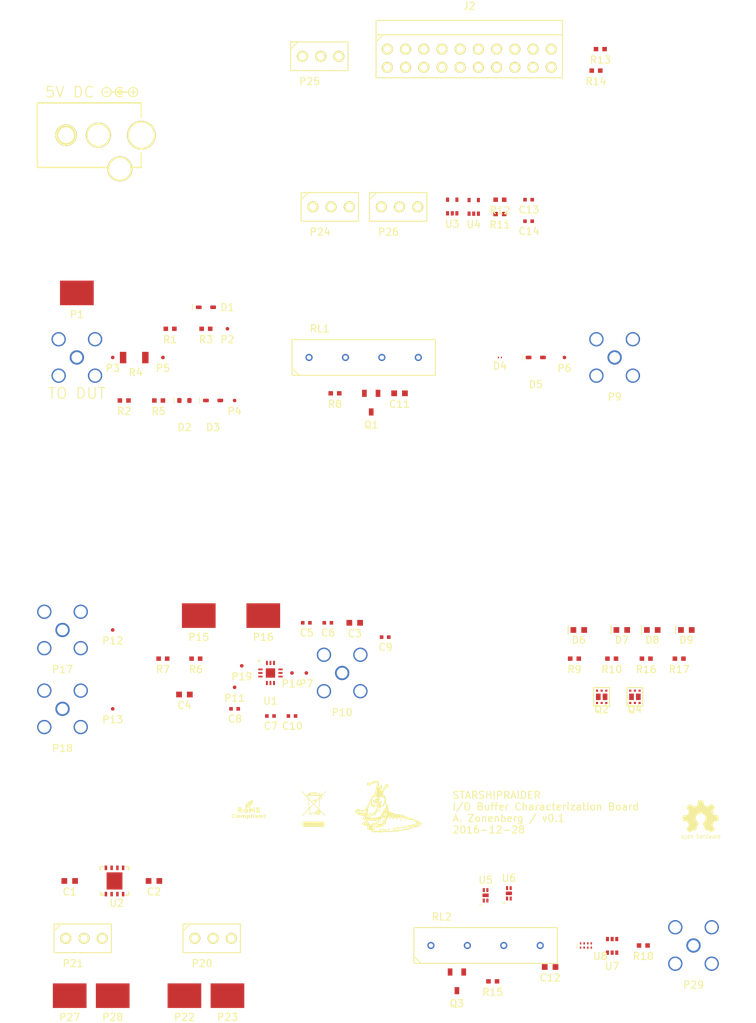
<source format=kicad_pcb>
(kicad_pcb (version 20160815) (host pcbnew "(2016-11-30 revision 6d6542e)-master")
  (layers (0 F.Cu signal) (31 B.Cu signal) (34 B.Paste user) (35 F.Paste user) (36 B.SilkS user) (37 F.SilkS user) (38 B.Mask user) (39 F.Mask user) (44 Edge.Cuts user))
  (net 0 "")
  (net 1 /VCCO_TX_EXT)
  (net 2 /GND)
  (net 3 /VREF_IN)
  (net 4 /VCCO_RX_EXT)
  (net 5 /VIN_HI)
  (net 6 /VIN_RAW)
  (net 7 /VIN_LO)
  (net 8 /VIN_R)
  (net 9 /VIN_PROT_OUT)
  (net 10 /VIN_PROT_IN)
  (net 11 /RXD_P)
  (net 12 /RXD_N)
  (net 13 /DAC_HYST)
  (net 14 /VCCO_RX)
  (net 15 "Net-(D7-Pad1)")
  (net 16 /5V0)
  (net 17 "Net-(D8-Pad1)")
  (net 18 "Net-(D9-Pad1)")
  (net 19 "Net-(D6-Pad1)")
  (net 20 /3V3)
  (net 21 "Net-(R18-Pad2)")
  (net 22 /PROT_RELAY_EN)
  (net 23 "Net-(Q4-PadD2)")
  (net 24 "Net-(Q2-PadD1)")
  (net 25 "Net-(Q2-PadD2)")
  (net 26 "Net-(Q4-PadD1)")
  (net 27 /VOUT_RELAY_EN)
  (net 28 /VCCO_TX_DIV)
  (net 29 /VCCO_TX)
  (net 30 "Net-(R12-Pad2)")
  (net 31 "Net-(R11-Pad2)")
  (net 32 /VHI_LED)
  (net 33 /VCCO_HI_EN)
  (net 34 /VCCO_GP)
  (net 35 /VLO_LED)
  (net 36 /VCCO_LO_EN)
  (net 37 /FAULT_LED)
  (net 38 /OK_LED)
  (net 39 /PULLDOWN_EN)
  (net 40 /PULLUP_EN)
  (net 41 /DOUT_3V3)
  (net 42 /PROT_RELAY)
  (net 43 /DOUT_LOW)
  (net 44 /VOUT_RELAY)
  (net 45 /VCCO_TX_HI)
  (net 46 /VCCO_TX_LO)
  (module w_logo:Logo_silk_OSHW_6x6mm (layer F.Cu) (at 122 133)
    (fp_text reference G*** hide)
    (fp_text value LOGO hide)
  )
  (module w_logo:Logo_silk_ROHS_5x2.8mm (layer F.Cu) (at 59 132)
    (fp_text reference G*** hide)
    (fp_text value LOGO hide)
  )
  (module w_logo:Logo_silk_WEEE_3.4x5mm (layer F.Cu) (at 68 132)
    (fp_text reference G*** hide)
    (fp_text value LOGO hide)
  )
  (module w_logo:Logo_silk_polarity_center_5x1.4mm (layer F.Cu) (at 41 32)
    (fp_text reference G*** hide)
    (fp_text value LOGO hide)
  )
  (module azonenberg_pcb:LONGTHING-1200DPI (layer F.Cu) (at 79 132)
    (fp_text reference G*** hide)
    (fp_text value LOGO hide)
  )
  (module azonenberg_pcb:CONN_HEADER_2.54MM_2x10_RA_FEMALE (layer F.Cu) (at 89.73 27.27 180)
    (fp_text reference J2 (at 0 7.27 180) (layer F.SilkS))
    (fp_text value GREENPAK_DEVKIT_HDR)
    (pad 20 thru_hole circle (at -11.43 -1.27 180) (size 1.524 1.524) (drill 1) (layers *.Cu *.Mask F.SilkS))
    (pad 18 thru_hole circle (at -8.89 -1.27 180) (size 1.524 1.524) (drill 1) (layers *.Cu *.Mask F.SilkS))
    (pad 16 thru_hole circle (at -6.35 -1.27 180) (size 1.524 1.524) (drill 1) (layers *.Cu *.Mask F.SilkS) (net 35 /VLO_LED))
    (pad 14 thru_hole circle (at -3.81 -1.27 180) (size 1.524 1.524) (drill 1) (layers *.Cu *.Mask F.SilkS) (net 34 /VCCO_GP))
    (pad 12 thru_hole circle (at -1.27 -1.27 180) (size 1.524 1.524) (drill 1) (layers *.Cu *.Mask F.SilkS))
    (pad 10 thru_hole circle (at 1.27 -1.27 180) (size 1.524 1.524) (drill 1) (layers *.Cu *.Mask F.SilkS) (net 36 /VCCO_LO_EN))
    (pad 19 thru_hole circle (at -11.43 1.27 180) (size 1.524 1.524) (drill 1) (layers *.Cu *.Mask F.SilkS) (net 13 /DAC_HYST))
    (pad 17 thru_hole circle (at -8.89 1.27 180) (size 1.524 1.524) (drill 1) (layers *.Cu *.Mask F.SilkS))
    (pad 13 thru_hole circle (at -3.81 1.27 180) (size 1.524 1.524) (drill 1) (layers *.Cu *.Mask F.SilkS) (net 28 /VCCO_TX_DIV))
    (pad 15 thru_hole circle (at -6.35 1.27 180) (size 1.524 1.524) (drill 1) (layers *.Cu *.Mask F.SilkS) (net 32 /VHI_LED))
    (pad 9 thru_hole circle (at 1.27 1.27 180) (size 1.524 1.524) (drill 1) (layers *.Cu *.Mask F.SilkS) (net 33 /VCCO_HI_EN))
    (pad 11 thru_hole circle (at -1.27 1.27 180) (size 1.524 1.524) (drill 1) (layers *.Cu *.Mask F.SilkS) (net 2 /GND))
    (pad 5 thru_hole circle (at 6.35 1.27 180) (size 1.524 1.524) (drill 1) (layers *.Cu *.Mask F.SilkS) (net 27 /VOUT_RELAY_EN))
    (pad 3 thru_hole circle (at 8.89 1.27 180) (size 1.524 1.524) (drill 1) (layers *.Cu *.Mask F.SilkS) (net 22 /PROT_RELAY_EN))
    (pad 1 thru_hole circle (at 11.43 1.27 180) (size 1.524 1.524) (drill 1) (layers *.Cu *.Mask F.SilkS))
    (pad 2 thru_hole circle (at 11.43 -1.27 180) (size 1.524 1.524) (drill 1) (layers *.Cu *.Mask F.SilkS))
    (pad 4 thru_hole circle (at 8.89 -1.27 180) (size 1.524 1.524) (drill 1) (layers *.Cu *.Mask F.SilkS) (net 7 /VIN_LO))
    (pad 6 thru_hole circle (at 6.35 -1.27 180) (size 1.524 1.524) (drill 1) (layers *.Cu *.Mask F.SilkS) (net 5 /VIN_HI))
    (pad 7 thru_hole circle (at 3.81 1.27 180) (size 1.524 1.524) (drill 1) (layers *.Cu *.Mask F.SilkS) (net 38 /OK_LED))
    (pad 8 thru_hole circle (at 3.81 -1.27 180) (size 1.524 1.524) (drill 1) (layers *.Cu *.Mask F.SilkS) (net 37 /FAULT_LED))
  )
  (module azonenberg_pcb:CONN_CUI_PJ-058BH_HIPWR_BARREL_NOSLOT (layer F.Cu) (at 37.5 38)
    (fp_text reference J1 hide)
    (fp_text value BARREL hide)
    (pad "" thru_hole circle (at -4 0) (size 3 3) (drill 2.2) (layers *.Cu *.Mask F.SilkS))
    (pad 2 thru_hole circle (at 0.5 0) (size 3.5 3.5) (drill 3) (layers *.Cu *.Mask F.SilkS) (net 2 /GND))
    (pad 1 thru_hole circle (at 6.5 0) (size 4 4) (drill 3.5) (layers *.Cu *.Mask F.SilkS) (net 16 /5V0))
    (pad 3 thru_hole circle (at 3.5 4.7) (size 3.5 3.5) (drill 3) (layers *.Cu *.Mask F.SilkS) (net 2 /GND))
  )
  (module azonenberg_pcb:EIA_0402_CAP_NOSILK (layer F.Cu) (at 67 106)
    (fp_text reference C5 (at 0.05 1.4) (layer F.SilkS))
    (fp_text value "0.47 uF" hide)
    (pad 2 smd rect (at 0.5 0) (size 0.5 0.5) (layers F.Cu F.Paste F.Mask) (net 2 /GND))
    (pad 1 smd rect (at -0.5 0) (size 0.5 0.5) (layers F.Cu F.Paste F.Mask) (net 14 /VCCO_RX))
  )
  (module azonenberg_pcb:EIA_0402_CAP_NOSILK (layer F.Cu) (at 62 119)
    (fp_text reference C7 (at 0.05 1.4) (layer F.SilkS))
    (fp_text value "0.01 uF" hide)
    (pad 1 smd rect (at -0.5 0) (size 0.5 0.5) (layers F.Cu F.Paste F.Mask) (net 14 /VCCO_RX))
    (pad 2 smd rect (at 0.5 0) (size 0.5 0.5) (layers F.Cu F.Paste F.Mask) (net 2 /GND))
  )
  (module azonenberg_pcb:EIA_0402_CAP_NOSILK (layer F.Cu) (at 57 118)
    (fp_text reference C8 (at 0.05 1.4) (layer F.SilkS))
    (fp_text value "0.01 uF" hide)
    (pad 2 smd rect (at 0.5 0) (size 0.5 0.5) (layers F.Cu F.Paste F.Mask) (net 2 /GND))
    (pad 1 smd rect (at -0.5 0) (size 0.5 0.5) (layers F.Cu F.Paste F.Mask) (net 16 /5V0))
  )
  (module azonenberg_pcb:EIA_0402_CAP_NOSILK (layer F.Cu) (at 78 108)
    (fp_text reference C9 (at 0.05 1.4) (layer F.SilkS))
    (fp_text value "0.01 uF" hide)
    (pad 1 smd rect (at -0.5 0) (size 0.5 0.5) (layers F.Cu F.Paste F.Mask) (net 14 /VCCO_RX))
    (pad 2 smd rect (at 0.5 0) (size 0.5 0.5) (layers F.Cu F.Paste F.Mask) (net 2 /GND))
  )
  (module azonenberg_pcb:EIA_0402_CAP_NOSILK (layer F.Cu) (at 65 119)
    (fp_text reference C10 (at 0.05 1.4) (layer F.SilkS))
    (fp_text value "0.01 uF" hide)
    (pad 2 smd rect (at 0.5 0) (size 0.5 0.5) (layers F.Cu F.Paste F.Mask) (net 2 /GND))
    (pad 1 smd rect (at -0.5 0) (size 0.5 0.5) (layers F.Cu F.Paste F.Mask) (net 16 /5V0))
  )
  (module azonenberg_pcb:EIA_0402_CAP_NOSILK (layer F.Cu) (at 98 47)
    (fp_text reference C13 (at 0.05 1.4) (layer F.SilkS))
    (fp_text value "0.47 uF" hide)
    (pad 1 smd rect (at -0.5 0) (size 0.5 0.5) (layers F.Cu F.Paste F.Mask) (net 16 /5V0))
    (pad 2 smd rect (at 0.5 0) (size 0.5 0.5) (layers F.Cu F.Paste F.Mask) (net 2 /GND))
  )
  (module azonenberg_pcb:EIA_0402_CAP_NOSILK (layer F.Cu) (at 98 50)
    (fp_text reference C14 (at 0.05 1.4) (layer F.SilkS))
    (fp_text value "0.47 uF" hide)
    (pad 2 smd rect (at 0.5 0) (size 0.5 0.5) (layers F.Cu F.Paste F.Mask) (net 2 /GND))
    (pad 1 smd rect (at -0.5 0) (size 0.5 0.5) (layers F.Cu F.Paste F.Mask) (net 16 /5V0))
  )
  (module azonenberg_pcb:EIA_0402_CAP_NOSILK (layer F.Cu) (at 70 106)
    (fp_text reference C6 (at 0.05 1.4) (layer F.SilkS))
    (fp_text value "0.47 uF" hide)
    (pad 1 smd rect (at -0.5 0) (size 0.5 0.5) (layers F.Cu F.Paste F.Mask) (net 16 /5V0))
    (pad 2 smd rect (at 0.5 0) (size 0.5 0.5) (layers F.Cu F.Paste F.Mask) (net 2 /GND))
  )
  (module azonenberg_pcb:EIA_0402_RES_NOSILK (layer F.Cu) (at 94 49)
    (fp_text reference R11 (at 0 1.5) (layer F.SilkS))
    (fp_text value 10K hide)
    (pad 1 smd rect (at -0.597 0) (size 0.635 0.61) (layers F.Cu F.Paste F.Mask) (net 2 /GND))
    (pad 2 smd rect (at 0.597 0) (size 0.635 0.61) (layers F.Cu F.Paste F.Mask) (net 31 "Net-(R11-Pad2)"))
  )
  (module azonenberg_pcb:EIA_0402_RES_NOSILK (layer F.Cu) (at 94 47)
    (fp_text reference R12 (at 0 1.5) (layer F.SilkS))
    (fp_text value 10K hide)
    (pad 2 smd rect (at 0.597 0) (size 0.635 0.61) (layers F.Cu F.Paste F.Mask) (net 30 "Net-(R12-Pad2)"))
    (pad 1 smd rect (at -0.597 0) (size 0.635 0.61) (layers F.Cu F.Paste F.Mask) (net 29 /VCCO_TX))
  )
  (module azonenberg_pcb:EIA_0402_RES_NOSILK (layer F.Cu) (at 108 26)
    (fp_text reference R13 (at 0 1.5) (layer F.SilkS))
    (fp_text value 39K hide)
    (pad 1 smd rect (at -0.597 0) (size 0.635 0.61) (layers F.Cu F.Paste F.Mask) (net 29 /VCCO_TX))
    (pad 2 smd rect (at 0.597 0) (size 0.635 0.61) (layers F.Cu F.Paste F.Mask) (net 28 /VCCO_TX_DIV))
  )
  (module azonenberg_pcb:EIA_0402_RES_NOSILK (layer F.Cu) (at 107.403 29)
    (fp_text reference R14 (at 0 1.5) (layer F.SilkS))
    (fp_text value 10K hide)
    (pad 2 smd rect (at 0.597 0) (size 0.635 0.61) (layers F.Cu F.Paste F.Mask) (net 2 /GND))
    (pad 1 smd rect (at -0.597 0) (size 0.635 0.61) (layers F.Cu F.Paste F.Mask) (net 28 /VCCO_TX_DIV))
  )
  (module azonenberg_pcb:EIA_0402_RES_NOSILK (layer F.Cu) (at 93 156)
    (fp_text reference R15 (at 0 1.5) (layer F.SilkS))
    (fp_text value 10K hide)
    (pad 1 smd rect (at -0.597 0) (size 0.635 0.61) (layers F.Cu F.Paste F.Mask) (net 27 /VOUT_RELAY_EN))
    (pad 2 smd rect (at 0.597 0) (size 0.635 0.61) (layers F.Cu F.Paste F.Mask) (net 2 /GND))
  )
  (module azonenberg_pcb:EIA_0402_RES_NOSILK (layer F.Cu) (at 114.403 111)
    (fp_text reference R16 (at 0 1.5) (layer F.SilkS))
    (fp_text value 470 hide)
    (pad 2 smd rect (at 0.597 0) (size 0.635 0.61) (layers F.Cu F.Paste F.Mask) (net 26 "Net-(Q4-PadD1)"))
    (pad 1 smd rect (at -0.597 0) (size 0.635 0.61) (layers F.Cu F.Paste F.Mask) (net 17 "Net-(D8-Pad1)"))
  )
  (module azonenberg_pcb:EIA_0402_RES_NOSILK (layer F.Cu) (at 109.597 111)
    (fp_text reference R10 (at 0 1.5) (layer F.SilkS))
    (fp_text value 470 hide)
    (pad 1 smd rect (at -0.597 0) (size 0.635 0.61) (layers F.Cu F.Paste F.Mask) (net 15 "Net-(D7-Pad1)"))
    (pad 2 smd rect (at 0.597 0) (size 0.635 0.61) (layers F.Cu F.Paste F.Mask) (net 25 "Net-(Q2-PadD2)"))
  )
  (module azonenberg_pcb:EIA_0402_RES_NOSILK (layer F.Cu) (at 104.403 111)
    (fp_text reference R9 (at 0 1.5) (layer F.SilkS))
    (fp_text value 470 hide)
    (pad 2 smd rect (at 0.597 0) (size 0.635 0.61) (layers F.Cu F.Paste F.Mask) (net 24 "Net-(Q2-PadD1)"))
    (pad 1 smd rect (at -0.597 0) (size 0.635 0.61) (layers F.Cu F.Paste F.Mask) (net 19 "Net-(D6-Pad1)"))
  )
  (module azonenberg_pcb:EIA_0402_RES_NOSILK (layer F.Cu) (at 119 111)
    (fp_text reference R17 (at 0 1.5) (layer F.SilkS))
    (fp_text value 470 hide)
    (pad 1 smd rect (at -0.597 0) (size 0.635 0.61) (layers F.Cu F.Paste F.Mask) (net 18 "Net-(D9-Pad1)"))
    (pad 2 smd rect (at 0.597 0) (size 0.635 0.61) (layers F.Cu F.Paste F.Mask) (net 23 "Net-(Q4-PadD2)"))
  )
  (module azonenberg_pcb:EIA_0402_RES_NOSILK (layer F.Cu) (at 48 65)
    (fp_text reference R1 (at 0 1.5) (layer F.SilkS))
    (fp_text value 909K hide)
    (pad 2 smd rect (at 0.597 0) (size 0.635 0.61) (layers F.Cu F.Paste F.Mask) (net 6 /VIN_RAW))
    (pad 1 smd rect (at -0.597 0) (size 0.635 0.61) (layers F.Cu F.Paste F.Mask) (net 5 /VIN_HI))
  )
  (module azonenberg_pcb:EIA_0402_RES_NOSILK (layer F.Cu) (at 41.597 75)
    (fp_text reference R2 (at 0 1.5) (layer F.SilkS))
    (fp_text value 249K hide)
    (pad 1 smd rect (at -0.597 0) (size 0.635 0.61) (layers F.Cu F.Paste F.Mask) (net 7 /VIN_LO))
    (pad 2 smd rect (at 0.597 0) (size 0.635 0.61) (layers F.Cu F.Paste F.Mask) (net 6 /VIN_RAW))
  )
  (module azonenberg_pcb:EIA_0402_RES_NOSILK (layer F.Cu) (at 53 65)
    (fp_text reference R3 (at 0 1.5) (layer F.SilkS))
    (fp_text value 100K hide)
    (pad 2 smd rect (at 0.597 0) (size 0.635 0.61) (layers F.Cu F.Paste F.Mask) (net 5 /VIN_HI))
    (pad 1 smd rect (at -0.597 0) (size 0.635 0.61) (layers F.Cu F.Paste F.Mask) (net 2 /GND))
  )
  (module azonenberg_pcb:EIA_0402_RES_NOSILK (layer F.Cu) (at 46.403 75)
    (fp_text reference R5 (at 0 1.5) (layer F.SilkS))
    (fp_text value 750K hide)
    (pad 1 smd rect (at -0.597 0) (size 0.635 0.61) (layers F.Cu F.Paste F.Mask) (net 16 /5V0))
    (pad 2 smd rect (at 0.597 0) (size 0.635 0.61) (layers F.Cu F.Paste F.Mask) (net 7 /VIN_LO))
  )
  (module azonenberg_pcb:EIA_0402_RES_NOSILK (layer F.Cu) (at 51.597 111)
    (fp_text reference R6 (at 0 1.5) (layer F.SilkS))
    (fp_text value 49.9 hide)
    (pad 2 smd rect (at 0.597 0) (size 0.635 0.61) (layers F.Cu F.Paste F.Mask) (net 11 /RXD_P))
    (pad 1 smd rect (at -0.597 0) (size 0.635 0.61) (layers F.Cu F.Paste F.Mask) (net 14 /VCCO_RX))
  )
  (module azonenberg_pcb:EIA_0402_RES_NOSILK (layer F.Cu) (at 47 111)
    (fp_text reference R7 (at 0 1.5) (layer F.SilkS))
    (fp_text value 49.9 hide)
    (pad 1 smd rect (at -0.597 0) (size 0.635 0.61) (layers F.Cu F.Paste F.Mask) (net 12 /RXD_N))
    (pad 2 smd rect (at 0.597 0) (size 0.635 0.61) (layers F.Cu F.Paste F.Mask) (net 14 /VCCO_RX))
  )
  (module azonenberg_pcb:EIA_0402_RES_NOSILK (layer F.Cu) (at 71 74)
    (fp_text reference R8 (at 0 1.5) (layer F.SilkS))
    (fp_text value 10K hide)
    (pad 2 smd rect (at 0.597 0) (size 0.635 0.61) (layers F.Cu F.Paste F.Mask) (net 2 /GND))
    (pad 1 smd rect (at -0.597 0) (size 0.635 0.61) (layers F.Cu F.Paste F.Mask) (net 22 /PROT_RELAY_EN))
  )
  (module azonenberg_pcb:EIA_0402_RES_NOSILK (layer F.Cu) (at 114 151)
    (fp_text reference R18 (at 0 1.5) (layer F.SilkS))
    (fp_text value 10K hide)
    (pad 1 smd rect (at -0.597 0) (size 0.635 0.61) (layers F.Cu F.Paste F.Mask) (net 2 /GND))
    (pad 2 smd rect (at 0.597 0) (size 0.635 0.61) (layers F.Cu F.Paste F.Mask) (net 21 "Net-(R18-Pad2)"))
  )
  (module azonenberg_pcb:EIA_0603_CAP_NOSILK (layer F.Cu) (at 45.75 142)
    (fp_text reference C2 (at 0 1.5) (layer F.SilkS))
    (fp_text value "4.7 uF" hide)
    (pad 2 smd rect (at 0.75 0) (size 0.8 0.8) (layers F.Cu F.Paste F.Mask) (net 2 /GND))
    (pad 1 smd rect (at -0.75 0) (size 0.8 0.8) (layers F.Cu F.Paste F.Mask) (net 20 /3V3))
  )
  (module azonenberg_pcb:EIA_0603_CAP_NOSILK (layer F.Cu) (at 50 116)
    (fp_text reference C4 (at 0 1.5) (layer F.SilkS))
    (fp_text value "4.7 uF" hide)
    (pad 1 smd rect (at -0.75 0) (size 0.8 0.8) (layers F.Cu F.Paste F.Mask) (net 16 /5V0))
    (pad 2 smd rect (at 0.75 0) (size 0.8 0.8) (layers F.Cu F.Paste F.Mask) (net 2 /GND))
  )
  (module azonenberg_pcb:EIA_0603_CAP_NOSILK (layer F.Cu) (at 34 142)
    (fp_text reference C1 (at 0 1.5) (layer F.SilkS))
    (fp_text value "4.7 uF" hide)
    (pad 2 smd rect (at 0.75 0) (size 0.8 0.8) (layers F.Cu F.Paste F.Mask) (net 2 /GND))
    (pad 1 smd rect (at -0.75 0) (size 0.8 0.8) (layers F.Cu F.Paste F.Mask) (net 16 /5V0))
  )
  (module azonenberg_pcb:EIA_0603_CAP_NOSILK (layer F.Cu) (at 73.75 106)
    (fp_text reference C3 (at 0 1.5) (layer F.SilkS))
    (fp_text value "4.7 uF" hide)
    (pad 1 smd rect (at -0.75 0) (size 0.8 0.8) (layers F.Cu F.Paste F.Mask) (net 14 /VCCO_RX))
    (pad 2 smd rect (at 0.75 0) (size 0.8 0.8) (layers F.Cu F.Paste F.Mask) (net 2 /GND))
  )
  (module azonenberg_pcb:EIA_0603_CAP_NOSILK (layer F.Cu) (at 80 74)
    (fp_text reference C11 (at 0 1.5) (layer F.SilkS))
    (fp_text value "4.7 uF" hide)
    (pad 2 smd rect (at 0.75 0) (size 0.8 0.8) (layers F.Cu F.Paste F.Mask) (net 2 /GND))
    (pad 1 smd rect (at -0.75 0) (size 0.8 0.8) (layers F.Cu F.Paste F.Mask) (net 16 /5V0))
  )
  (module azonenberg_pcb:EIA_0603_CAP_NOSILK (layer F.Cu) (at 101 154)
    (fp_text reference C12 (at 0 1.5) (layer F.SilkS))
    (fp_text value "4.7 uF" hide)
    (pad 1 smd rect (at -0.75 0) (size 0.8 0.8) (layers F.Cu F.Paste F.Mask) (net 16 /5V0))
    (pad 2 smd rect (at 0.75 0) (size 0.8 0.8) (layers F.Cu F.Paste F.Mask) (net 2 /GND))
  )
  (module azonenberg_pcb:EIA_0603_LED (layer F.Cu) (at 105 107)
    (fp_text reference D6 (at 0 1.4) (layer F.SilkS))
    (fp_text value GREEN hide)
    (pad 2 smd rect (at 0.75 0) (size 0.8 0.8) (layers F.Cu F.Paste F.Mask) (net 16 /5V0))
    (pad 1 smd rect (at -0.75 0) (size 0.8 0.8) (layers F.Cu F.Paste F.Mask) (net 19 "Net-(D6-Pad1)"))
  )
  (module azonenberg_pcb:EIA_0603_LED (layer F.Cu) (at 120 107)
    (fp_text reference D9 (at 0 1.4) (layer F.SilkS))
    (fp_text value GREEN hide)
    (pad 1 smd rect (at -0.75 0) (size 0.8 0.8) (layers F.Cu F.Paste F.Mask) (net 18 "Net-(D9-Pad1)"))
    (pad 2 smd rect (at 0.75 0) (size 0.8 0.8) (layers F.Cu F.Paste F.Mask) (net 16 /5V0))
  )
  (module azonenberg_pcb:EIA_0603_LED (layer F.Cu) (at 115.25 107)
    (fp_text reference D8 (at 0 1.4) (layer F.SilkS))
    (fp_text value GREEN hide)
    (pad 2 smd rect (at 0.75 0) (size 0.8 0.8) (layers F.Cu F.Paste F.Mask) (net 16 /5V0))
    (pad 1 smd rect (at -0.75 0) (size 0.8 0.8) (layers F.Cu F.Paste F.Mask) (net 17 "Net-(D8-Pad1)"))
  )
  (module azonenberg_pcb:EIA_0603_LED (layer F.Cu) (at 111 107)
    (fp_text reference D7 (at 0 1.4) (layer F.SilkS))
    (fp_text value RED hide)
    (pad 1 smd rect (at -0.75 0) (size 0.8 0.8) (layers F.Cu F.Paste F.Mask) (net 15 "Net-(D7-Pad1)"))
    (pad 2 smd rect (at 0.75 0) (size 0.8 0.8) (layers F.Cu F.Paste F.Mask) (net 16 /5V0))
  )
  (module azonenberg_pcb:EIA_1206_CAP_NOSILK (layer F.Cu) (at 43 69)
    (fp_text reference R4 (at 0.2 2.1) (layer F.SilkS))
    (fp_text value ERJ-P08J100V hide)
    (pad 1 smd rect (at -1.55 0.01493) (size 0.9 1.6) (layers F.Cu F.Paste F.Mask) (net 8 /VIN_R))
    (pad 2 smd rect (at 1.55 0.01493) (size 0.9 1.6) (layers F.Cu F.Paste F.Mask) (net 6 /VIN_RAW))
  )
  (module azonenberg_pcb:TESTPOINT_SMT_0.5MM (layer F.Cu) (at 58 112)
    (fp_text reference P19 (at 0 1.5) (layer F.SilkS))
    (fp_text value SMT_TESTPOINT hide)
    (pad 1 smd circle (at 0 0) (size 0.5 0.5) (layers F.Cu F.Mask) (net 14 /VCCO_RX))
  )
  (module azonenberg_pcb:TESTPOINT_SMT_0.5MM (layer F.Cu) (at 65 113)
    (fp_text reference P14 (at 0 1.5) (layer F.SilkS))
    (fp_text value SMT_TESTPOINT hide)
    (pad 1 smd circle (at 0 0) (size 0.5 0.5) (layers F.Cu F.Mask) (net 13 /DAC_HYST))
  )
  (module azonenberg_pcb:TESTPOINT_SMT_0.5MM (layer F.Cu) (at 40 118)
    (fp_text reference P13 (at 0 1.5) (layer F.SilkS))
    (fp_text value SMT_TESTPOINT hide)
    (pad 1 smd circle (at 0 0) (size 0.5 0.5) (layers F.Cu F.Mask) (net 12 /RXD_N))
  )
  (module azonenberg_pcb:TESTPOINT_SMT_0.5MM (layer F.Cu) (at 40 107)
    (fp_text reference P12 (at 0 1.5) (layer F.SilkS))
    (fp_text value SMT_TESTPOINT hide)
    (pad 1 smd circle (at 0 0) (size 0.5 0.5) (layers F.Cu F.Mask) (net 11 /RXD_P))
  )
  (module azonenberg_pcb:TESTPOINT_SMT_0.5MM (layer F.Cu) (at 67 113)
    (fp_text reference P7 (at 0 1.5) (layer F.SilkS))
    (fp_text value SMT_TESTPOINT hide)
    (pad 1 smd circle (at 0 0) (size 0.5 0.5) (layers F.Cu F.Mask) (net 10 /VIN_PROT_IN))
  )
  (module azonenberg_pcb:TESTPOINT_SMT_0.5MM (layer F.Cu) (at 103 69)
    (fp_text reference P6 (at 0 1.5) (layer F.SilkS))
    (fp_text value SMT_TESTPOINT hide)
    (pad 1 smd circle (at 0 0) (size 0.5 0.5) (layers F.Cu F.Mask) (net 9 /VIN_PROT_OUT))
  )
  (module azonenberg_pcb:TESTPOINT_SMT_0.5MM (layer F.Cu) (at 47 69)
    (fp_text reference P5 (at 0 1.5) (layer F.SilkS))
    (fp_text value SMT_TESTPOINT hide)
    (pad 1 smd circle (at 0 0) (size 0.5 0.5) (layers F.Cu F.Mask) (net 8 /VIN_R))
  )
  (module azonenberg_pcb:TESTPOINT_SMT_0.5MM (layer F.Cu) (at 57 75)
    (fp_text reference P4 (at 0 1.5) (layer F.SilkS))
    (fp_text value SMT_TESTPOINT hide)
    (pad 1 smd circle (at 0 0) (size 0.5 0.5) (layers F.Cu F.Mask) (net 7 /VIN_LO))
  )
  (module azonenberg_pcb:TESTPOINT_SMT_0.5MM (layer F.Cu) (at 40 69)
    (fp_text reference P3 (at 0 1.5) (layer F.SilkS))
    (fp_text value SMT_TESTPOINT hide)
    (pad 1 smd circle (at 0 0) (size 0.5 0.5) (layers F.Cu F.Mask) (net 6 /VIN_RAW))
  )
  (module azonenberg_pcb:TESTPOINT_SMT_0.5MM (layer F.Cu) (at 56 65)
    (fp_text reference P2 (at 0 1.5) (layer F.SilkS))
    (fp_text value SMT_TESTPOINT hide)
    (pad 1 smd circle (at 0 0) (size 0.5 0.5) (layers F.Cu F.Mask) (net 5 /VIN_HI))
  )
  (module azonenberg_pcb:TESTPOINT_SMT_0.5MM (layer F.Cu) (at 57 115)
    (fp_text reference P11 (at 0 1.5) (layer F.SilkS))
    (fp_text value SMT_TESTPOINT hide)
    (pad 1 smd circle (at 0 0) (size 0.5 0.5) (layers F.Cu F.Mask) (net 3 /VREF_IN))
  )
  (module azonenberg_pcb:TESTPOINT_SMT_KEYSTONE_5016 (layer F.Cu) (at 34 158)
    (fp_text reference P27 (at 0 3) (layer F.SilkS))
    (fp_text value TESTCLIP hide)
    (pad 1 smd rect (at 0 0) (size 4.7 3.43) (layers F.Cu F.Paste F.Mask) (net 2 /GND))
  )
  (module azonenberg_pcb:TESTPOINT_SMT_KEYSTONE_5016 (layer F.Cu) (at 56 158)
    (fp_text reference P23 (at 0 3) (layer F.SilkS))
    (fp_text value TESTCLIP hide)
    (pad 1 smd rect (at 0 0) (size 4.7 3.43) (layers F.Cu F.Paste F.Mask) (net 4 /VCCO_RX_EXT))
  )
  (module azonenberg_pcb:TESTPOINT_SMT_KEYSTONE_5016 (layer F.Cu) (at 50 158)
    (fp_text reference P22 (at 0 3) (layer F.SilkS))
    (fp_text value TESTCLIP hide)
    (pad 1 smd rect (at 0 0) (size 4.7 3.43) (layers F.Cu F.Paste F.Mask) (net 2 /GND))
  )
  (module azonenberg_pcb:TESTPOINT_SMT_KEYSTONE_5016 (layer F.Cu) (at 61 105)
    (fp_text reference P16 (at 0 3) (layer F.SilkS))
    (fp_text value TESTCLIP hide)
    (pad 1 smd rect (at 0 0) (size 4.7 3.43) (layers F.Cu F.Paste F.Mask) (net 2 /GND))
  )
  (module azonenberg_pcb:TESTPOINT_SMT_KEYSTONE_5016 (layer F.Cu) (at 52 105)
    (fp_text reference P15 (at 0 3) (layer F.SilkS))
    (fp_text value TESTCLIP hide)
    (pad 1 smd rect (at 0 0) (size 4.7 3.43) (layers F.Cu F.Paste F.Mask) (net 3 /VREF_IN))
  )
  (module azonenberg_pcb:TESTPOINT_SMT_KEYSTONE_5016 (layer F.Cu) (at 35 60)
    (fp_text reference P1 (at 0 3) (layer F.SilkS))
    (fp_text value TESTCLIP hide)
    (pad 1 smd rect (at 0 0) (size 4.7 3.43) (layers F.Cu F.Paste F.Mask) (net 2 /GND))
  )
  (module azonenberg_pcb:TESTPOINT_SMT_KEYSTONE_5016 (layer F.Cu) (at 40 158)
    (fp_text reference P28 (at 0 3) (layer F.SilkS))
    (fp_text value TESTCLIP hide)
    (pad 1 smd rect (at 0 0) (size 4.7 3.43) (layers F.Cu F.Paste F.Mask) (net 1 /VCCO_TX_EXT))
  )
  (module azonenberg_pcb:CONN_SMA_PTH (layer F.Cu) (at 35 69)
    (fp_text reference P8 hide)
    (fp_text value SMA_TE_5-1814832-1)
    (pad 2 thru_hole circle (at -2.54 2.54) (size 2 2) (drill 1.6) (layers *.Cu *.Mask) (net 2 /GND))
    (pad 2 thru_hole circle (at 2.54 2.54) (size 2 2) (drill 1.6) (layers *.Cu *.Mask) (net 2 /GND))
    (pad 2 thru_hole circle (at 2.54 -2.54) (size 2 2) (drill 1.6) (layers *.Cu *.Mask) (net 2 /GND))
    (pad 2 thru_hole circle (at -2.54 -2.54) (size 2 2) (drill 1.6) (layers *.Cu *.Mask) (net 2 /GND))
    (pad 1 thru_hole circle (at 0 0) (size 2 2) (drill 1.5) (layers *.Cu *.Mask) (net 6 /VIN_RAW))
  )
  (module azonenberg_pcb:CONN_SMA_PTH (layer F.Cu) (at 110 69)
    (fp_text reference P9 (at 0 5.5) (layer F.SilkS))
    (fp_text value SMA_TE_5-1814832-1)
    (pad 1 thru_hole circle (at 0 0) (size 2 2) (drill 1.5) (layers *.Cu *.Mask) (net 9 /VIN_PROT_OUT))
    (pad 2 thru_hole circle (at -2.54 -2.54) (size 2 2) (drill 1.6) (layers *.Cu *.Mask) (net 2 /GND))
    (pad 2 thru_hole circle (at 2.54 -2.54) (size 2 2) (drill 1.6) (layers *.Cu *.Mask) (net 2 /GND))
    (pad 2 thru_hole circle (at 2.54 2.54) (size 2 2) (drill 1.6) (layers *.Cu *.Mask) (net 2 /GND))
    (pad 2 thru_hole circle (at -2.54 2.54) (size 2 2) (drill 1.6) (layers *.Cu *.Mask) (net 2 /GND))
  )
  (module azonenberg_pcb:CONN_SMA_PTH (layer F.Cu) (at 72 113)
    (fp_text reference P10 (at 0 5.5) (layer F.SilkS))
    (fp_text value SMA_TE_5-1814832-1)
    (pad 1 thru_hole circle (at 0 0) (size 2 2) (drill 1.5) (layers *.Cu *.Mask) (net 10 /VIN_PROT_IN))
    (pad 2 thru_hole circle (at -2.54 -2.54) (size 2 2) (drill 1.6) (layers *.Cu *.Mask) (net 2 /GND))
    (pad 2 thru_hole circle (at 2.54 -2.54) (size 2 2) (drill 1.6) (layers *.Cu *.Mask) (net 2 /GND))
    (pad 2 thru_hole circle (at 2.54 2.54) (size 2 2) (drill 1.6) (layers *.Cu *.Mask) (net 2 /GND))
    (pad 2 thru_hole circle (at -2.54 2.54) (size 2 2) (drill 1.6) (layers *.Cu *.Mask) (net 2 /GND))
  )
  (module azonenberg_pcb:CONN_SMA_PTH (layer F.Cu) (at 33 107)
    (fp_text reference P17 (at 0 5.5) (layer F.SilkS))
    (fp_text value SMA_TE_5-1814832-1)
    (pad 2 thru_hole circle (at -2.54 2.54) (size 2 2) (drill 1.6) (layers *.Cu *.Mask) (net 2 /GND))
    (pad 2 thru_hole circle (at 2.54 2.54) (size 2 2) (drill 1.6) (layers *.Cu *.Mask) (net 2 /GND))
    (pad 2 thru_hole circle (at 2.54 -2.54) (size 2 2) (drill 1.6) (layers *.Cu *.Mask) (net 2 /GND))
    (pad 2 thru_hole circle (at -2.54 -2.54) (size 2 2) (drill 1.6) (layers *.Cu *.Mask) (net 2 /GND))
    (pad 1 thru_hole circle (at 0 0) (size 2 2) (drill 1.5) (layers *.Cu *.Mask) (net 11 /RXD_P))
  )
  (module azonenberg_pcb:CONN_SMA_PTH (layer F.Cu) (at 33 118)
    (fp_text reference P18 (at 0 5.5) (layer F.SilkS))
    (fp_text value SMA_TE_5-1814832-1)
    (pad 2 thru_hole circle (at -2.54 2.54) (size 2 2) (drill 1.6) (layers *.Cu *.Mask) (net 2 /GND))
    (pad 2 thru_hole circle (at 2.54 2.54) (size 2 2) (drill 1.6) (layers *.Cu *.Mask) (net 2 /GND))
    (pad 2 thru_hole circle (at 2.54 -2.54) (size 2 2) (drill 1.6) (layers *.Cu *.Mask) (net 2 /GND))
    (pad 2 thru_hole circle (at -2.54 -2.54) (size 2 2) (drill 1.6) (layers *.Cu *.Mask) (net 2 /GND))
    (pad 1 thru_hole circle (at 0 0) (size 2 2) (drill 1.5) (layers *.Cu *.Mask) (net 12 /RXD_N))
  )
  (module azonenberg_pcb:CONN_HEADER_2.54MM_1x3 (layer F.Cu) (at 54 150)
    (fp_text reference P20 (at -1.54 3.5) (layer F.SilkS))
    (fp_text value JUMPER)
    (pad 3 thru_hole circle (at 2.54 0) (size 1.524 1.524) (drill 1) (layers *.Cu *.Mask F.SilkS) (net 4 /VCCO_RX_EXT))
    (pad 2 thru_hole circle (at 0 0) (size 1.524 1.524) (drill 1) (layers *.Cu *.Mask F.SilkS) (net 14 /VCCO_RX))
    (pad 1 thru_hole circle (at -2.54 0) (size 1.524 1.524) (drill 1) (layers *.Cu *.Mask F.SilkS) (net 20 /3V3))
  )
  (module azonenberg_pcb:CONN_HEADER_2.54MM_1x3 (layer F.Cu) (at 36 150)
    (fp_text reference P21 (at -1.54 3.5) (layer F.SilkS))
    (fp_text value JUMPER)
    (pad 1 thru_hole circle (at -2.54 0) (size 1.524 1.524) (drill 1) (layers *.Cu *.Mask F.SilkS) (net 20 /3V3))
    (pad 2 thru_hole circle (at 0 0) (size 1.524 1.524) (drill 1) (layers *.Cu *.Mask F.SilkS) (net 29 /VCCO_TX))
    (pad 3 thru_hole circle (at 2.54 0) (size 1.524 1.524) (drill 1) (layers *.Cu *.Mask F.SilkS) (net 1 /VCCO_TX_EXT))
  )
  (module azonenberg_pcb:CONN_HEADER_2.54MM_1x3 (layer F.Cu) (at 70.46 48)
    (fp_text reference P24 (at -1.54 3.5) (layer F.SilkS))
    (fp_text value JUMPER)
    (pad 3 thru_hole circle (at 2.54 0) (size 1.524 1.524) (drill 1) (layers *.Cu *.Mask F.SilkS) (net 16 /5V0))
    (pad 2 thru_hole circle (at 0 0) (size 1.524 1.524) (drill 1) (layers *.Cu *.Mask F.SilkS) (net 39 /PULLDOWN_EN))
    (pad 1 thru_hole circle (at -2.54 0) (size 1.524 1.524) (drill 1) (layers *.Cu *.Mask F.SilkS) (net 2 /GND))
  )
  (module azonenberg_pcb:CONN_HEADER_2.54MM_1x3 (layer F.Cu) (at 69 27)
    (fp_text reference P25 (at -1.54 3.5) (layer F.SilkS))
    (fp_text value JUMPER)
    (pad 1 thru_hole circle (at -2.54 0) (size 1.524 1.524) (drill 1) (layers *.Cu *.Mask F.SilkS) (net 14 /VCCO_RX))
    (pad 2 thru_hole circle (at 0 0) (size 1.524 1.524) (drill 1) (layers *.Cu *.Mask F.SilkS) (net 34 /VCCO_GP))
    (pad 3 thru_hole circle (at 2.54 0) (size 1.524 1.524) (drill 1) (layers *.Cu *.Mask F.SilkS))
  )
  (module azonenberg_pcb:CONN_HEADER_2.54MM_1x3 (layer F.Cu) (at 80 48)
    (fp_text reference P26 (at -1.54 3.5) (layer F.SilkS))
    (fp_text value JUMPER)
    (pad 1 thru_hole circle (at -2.54 0) (size 1.524 1.524) (drill 1) (layers *.Cu *.Mask F.SilkS) (net 2 /GND))
    (pad 2 thru_hole circle (at 0 0) (size 1.524 1.524) (drill 1) (layers *.Cu *.Mask F.SilkS) (net 40 /PULLUP_EN))
    (pad 3 thru_hole circle (at 2.54 0) (size 1.524 1.524) (drill 1) (layers *.Cu *.Mask F.SilkS) (net 16 /5V0))
  )
  (module azonenberg_pcb:CONN_SMA_PTH (layer F.Cu) (at 121 151)
    (fp_text reference P29 (at 0 5.5) (layer F.SilkS))
    (fp_text value SMA_TE_5-1814832-1)
    (pad 1 thru_hole circle (at 0 0) (size 2 2) (drill 1.5) (layers *.Cu *.Mask) (net 41 /DOUT_3V3))
    (pad 2 thru_hole circle (at -2.54 -2.54) (size 2 2) (drill 1.6) (layers *.Cu *.Mask) (net 2 /GND))
    (pad 2 thru_hole circle (at 2.54 -2.54) (size 2 2) (drill 1.6) (layers *.Cu *.Mask) (net 2 /GND))
    (pad 2 thru_hole circle (at 2.54 2.54) (size 2 2) (drill 1.6) (layers *.Cu *.Mask) (net 2 /GND))
    (pad 2 thru_hole circle (at -2.54 2.54) (size 2 2) (drill 1.6) (layers *.Cu *.Mask) (net 2 /GND))
  )
  (module azonenberg_pcb:DFN_6_0.65MM_2x2MM_GDS (layer F.Cu) (at 108.188533 116.322743)
    (fp_text reference Q2 (at 0 1.75) (layer F.SilkS))
    (fp_text value SSM6N58NU hide)
    (pad D1 smd rect (at -0.475 0) (size 0.65 0.9) (layers F.Cu F.Paste F.Mask) (net 24 "Net-(Q2-PadD1)"))
    (pad D2 smd rect (at 0.475 0) (size 0.65 0.9) (layers F.Cu F.Paste F.Mask) (net 25 "Net-(Q2-PadD2)"))
    (pad D1 smd rect (at -0.65 -0.86) (size 0.3 0.3) (layers F.Cu F.Paste F.Mask) (net 24 "Net-(Q2-PadD1)"))
    (pad G2 smd rect (at 0 -0.86) (size 0.3 0.3) (layers F.Cu F.Paste F.Mask) (net 37 /FAULT_LED))
    (pad S2 smd rect (at 0.65 -0.86) (size 0.3 0.3) (layers F.Cu F.Paste F.Mask) (net 2 /GND))
    (pad D2 smd rect (at 0.65 0.86) (size 0.3 0.3) (layers F.Cu F.Paste F.Mask) (net 25 "Net-(Q2-PadD2)"))
    (pad G1 smd rect (at 0 0.86) (size 0.3 0.3) (layers F.Cu F.Paste F.Mask) (net 38 /OK_LED))
    (pad S1 smd rect (at -0.65 0.86) (size 0.3 0.3) (layers F.Cu F.Paste F.Mask) (net 2 /GND))
  )
  (module azonenberg_pcb:DFN_6_0.65MM_2x2MM_GDS (layer F.Cu) (at 112.828533 116.322743)
    (fp_text reference Q4 (at 0 1.75) (layer F.SilkS))
    (fp_text value SSM6N58NU hide)
    (pad S1 smd rect (at -0.65 0.86) (size 0.3 0.3) (layers F.Cu F.Paste F.Mask) (net 2 /GND))
    (pad G1 smd rect (at 0 0.86) (size 0.3 0.3) (layers F.Cu F.Paste F.Mask) (net 32 /VHI_LED))
    (pad D2 smd rect (at 0.65 0.86) (size 0.3 0.3) (layers F.Cu F.Paste F.Mask) (net 23 "Net-(Q4-PadD2)"))
    (pad S2 smd rect (at 0.65 -0.86) (size 0.3 0.3) (layers F.Cu F.Paste F.Mask) (net 2 /GND))
    (pad G2 smd rect (at 0 -0.86) (size 0.3 0.3) (layers F.Cu F.Paste F.Mask) (net 35 /VLO_LED))
    (pad D1 smd rect (at -0.65 -0.86) (size 0.3 0.3) (layers F.Cu F.Paste F.Mask) (net 26 "Net-(Q4-PadD1)"))
    (pad D2 smd rect (at 0.475 0) (size 0.65 0.9) (layers F.Cu F.Paste F.Mask) (net 23 "Net-(Q4-PadD2)"))
    (pad D1 smd rect (at -0.475 0) (size 0.65 0.9) (layers F.Cu F.Paste F.Mask) (net 26 "Net-(Q4-PadD1)"))
  )
  (module azonenberg_pcb:RELAY_COTO_9007 (layer F.Cu) (at 75 69)
    (fp_text reference RL1 (at -6.12 -4) (layer F.SilkS))
    (fp_text value COTO_9007-05-01)
    (pad 1 thru_hole circle (at -7.62 0) (size 1 1) (drill 0.6) (layers *.Cu *.Mask) (net 8 /VIN_R))
    (pad 2 thru_hole circle (at -2.54 0) (size 1 1) (drill 0.6) (layers *.Cu *.Mask) (net 16 /5V0))
    (pad 3 thru_hole circle (at 2.54 0) (size 1 1) (drill 0.6) (layers *.Cu *.Mask) (net 42 /PROT_RELAY))
    (pad 4 thru_hole circle (at 7.62 0) (size 1 1) (drill 0.6) (layers *.Cu *.Mask) (net 9 /VIN_PROT_OUT))
  )
  (module azonenberg_pcb:RELAY_COTO_9007 (layer F.Cu) (at 92 151)
    (fp_text reference RL2 (at -6.12 -4) (layer F.SilkS))
    (fp_text value COTO_9007-05-01)
    (pad 4 thru_hole circle (at 7.62 0) (size 1 1) (drill 0.6) (layers *.Cu *.Mask) (net 43 /DOUT_LOW))
    (pad 3 thru_hole circle (at 2.54 0) (size 1 1) (drill 0.6) (layers *.Cu *.Mask) (net 44 /VOUT_RELAY))
    (pad 2 thru_hole circle (at -2.54 0) (size 1 1) (drill 0.6) (layers *.Cu *.Mask) (net 16 /5V0))
    (pad 1 thru_hole circle (at -7.62 0) (size 1 1) (drill 0.6) (layers *.Cu *.Mask) (net 10 /VIN_PROT_IN))
  )
  (module azonenberg_pcb:SOD523F (layer F.Cu) (at 53 62)
    (fp_text reference D1 (at 3 0) (layer F.SilkS))
    (fp_text value RB751S40)
    (pad 1 smd roundrect (at -1 0) (size 0.8 0.5) (layers F.Cu F.Paste F.Mask) (net 5 /VIN_HI))
    (pad 2 smd roundrect (at 1 0) (size 0.8 0.5) (layers F.Cu F.Paste F.Mask) (net 2 /GND))
  )
  (module azonenberg_pcb:SOD523 (layer F.Cu) (at 50 75)
    (fp_text reference D2 (at 0 3.75) (layer F.SilkS))
    (fp_text value BZT52C2V0T-7)
    (pad 1 smd roundrect (at -0.7 0) (size 0.6 0.7) (layers F.Cu F.Paste F.Mask) (net 7 /VIN_LO))
    (pad 2 smd roundrect (at 0.7 0) (size 0.6 0.7) (layers F.Cu F.Paste F.Mask) (net 2 /GND))
  )
  (module azonenberg_pcb:SOD523F (layer F.Cu) (at 54 75)
    (fp_text reference D3 (at 0 3.75) (layer F.SilkS))
    (fp_text value RB751S40)
    (pad 2 smd roundrect (at 1 0) (size 0.8 0.5) (layers F.Cu F.Paste F.Mask) (net 2 /GND))
    (pad 1 smd roundrect (at -1 0) (size 0.8 0.5) (layers F.Cu F.Paste F.Mask) (net 7 /VIN_LO))
  )
  (module azonenberg_pcb:SOD962_2 (layer F.Cu) (at 94 69)
    (fp_text reference D4 (at 0 1.2) (layer F.SilkS))
    (fp_text value PESD5V0C1BSFYL)
    (pad 1 smd roundrect (at -0.2 0) (size 0.14 0.24) (layers F.Cu F.Paste F.Mask) (net 9 /VIN_PROT_OUT))
    (pad 2 smd roundrect (at 0.2 0) (size 0.14 0.24) (layers F.Cu F.Paste F.Mask) (net 2 /GND))
  )
  (module azonenberg_pcb:SOD523F (layer F.Cu) (at 99 69)
    (fp_text reference D5 (at 0 3.75) (layer F.SilkS))
    (fp_text value RB751S40)
    (pad 1 smd roundrect (at -1 0) (size 0.8 0.5) (layers F.Cu F.Paste F.Mask) (net 9 /VIN_PROT_OUT))
    (pad 2 smd roundrect (at 1 0) (size 0.8 0.5) (layers F.Cu F.Paste F.Mask) (net 2 /GND))
  )
  (module azonenberg_pcb:SOT23_3 (layer F.Cu) (at 76.05 75.3)
    (fp_text reference Q1 (at 0 3.1) (layer F.SilkS))
    (fp_text value BSS214N_H6327 hide)
    (pad 3 smd rect (at 0 1.3) (size 0.65 1) (layers F.Cu F.Paste F.Mask) (net 42 /PROT_RELAY))
    (pad 1 smd rect (at 0.95 -1.3) (size 0.65 1) (layers F.Cu F.Paste F.Mask) (net 22 /PROT_RELAY_EN))
    (pad 2 smd rect (at -0.95 -1.3) (size 0.65 1) (layers F.Cu F.Paste F.Mask) (net 2 /GND))
  )
  (module azonenberg_pcb:SOT23_3 (layer F.Cu) (at 88 156)
    (fp_text reference Q3 (at 0 3.1) (layer F.SilkS))
    (fp_text value BSS214N_H6327 hide)
    (pad 2 smd rect (at -0.95 -1.3) (size 0.65 1) (layers F.Cu F.Paste F.Mask) (net 2 /GND))
    (pad 1 smd rect (at 0.95 -1.3) (size 0.65 1) (layers F.Cu F.Paste F.Mask) (net 27 /VOUT_RELAY_EN))
    (pad 3 smd rect (at 0 1.3) (size 0.65 1) (layers F.Cu F.Paste F.Mask) (net 44 /VOUT_RELAY))
  )
  (module azonenberg_pcb:DFN_8_0.8MM_4x4MM (layer F.Cu) (at 40.25 142)
    (fp_text reference U2 (at 0.3 3.1) (layer F.SilkS))
    (fp_text value TLV1117-33-DFN hide)
    (pad 8 smd rect (at -1.2 -1.835) (size 0.35 0.63) (layers F.Cu F.Paste F.Mask))
    (pad 7 smd rect (at -0.4 -1.835) (size 0.35 0.63) (layers F.Cu F.Paste F.Mask) (net 20 /3V3))
    (pad 6 smd rect (at 0.4 -1.835) (size 0.35 0.63) (layers F.Cu F.Paste F.Mask) (net 20 /3V3))
    (pad 5 smd rect (at 1.2 -1.835) (size 0.35 0.63) (layers F.Cu F.Paste F.Mask) (net 20 /3V3))
    (pad 4 smd rect (at 1.2 1.835) (size 0.35 0.63) (layers F.Cu F.Paste F.Mask) (net 16 /5V0))
    (pad 3 smd rect (at 0.4 1.835) (size 0.35 0.63) (layers F.Cu F.Paste F.Mask) (net 16 /5V0))
    (pad 2 smd rect (at -0.4 1.835) (size 0.35 0.63) (layers F.Cu F.Paste F.Mask) (net 16 /5V0))
    (pad 1 smd rect (at -1.2 1.835) (size 0.35 0.63) (layers F.Cu F.Paste F.Mask) (net 2 /GND))
    (pad PAD smd rect (at 0 0) (size 2.21 2.39) (layers F.Cu F.Mask))
    (pad PAD smd rect (at -0.75 -0.75) (size 0.5 0.5) (layers F.Cu F.Paste))
    (pad PAD smd rect (at 0 -0.75) (size 0.5 0.5) (layers F.Cu F.Paste))
    (pad PAD smd rect (at 0.75 -0.75) (size 0.5 0.5) (layers F.Cu F.Paste))
    (pad PAD smd rect (at 0.75 0) (size 0.5 0.5) (layers F.Cu F.Paste))
    (pad PAD smd rect (at 0 0) (size 0.5 0.5) (layers F.Cu F.Paste))
    (pad PAD smd rect (at -0.75 0) (size 0.5 0.5) (layers F.Cu F.Paste))
    (pad PAD smd rect (at -0.75 0.75) (size 0.5 0.5) (layers F.Cu F.Paste))
    (pad PAD smd rect (at 0 0.75) (size 0.5 0.5) (layers F.Cu F.Paste))
    (pad PAD smd rect (at 0.75 0.75) (size 0.5 0.5) (layers F.Cu F.Paste))
  )
  (module azonenberg_pcb:DFN_4_0.5MM_1.6x1.2MM (layer F.Cu) (at 92 144)
    (fp_text reference U5 (at 0.01 -2.12) (layer F.SilkS))
    (fp_text value SIP32408 hide)
    (fp_text user . (at -0.7 0.7) (layer F.SilkS) (effects (font (size 1.5 1.5))))
    (pad PAD smd rect (at 0 0) (size 0.86 0.5) (layers F.Cu F.Paste F.Mask) (net 2 /GND))
    (pad 1 smd rect (at -0.25 0.725) (size 0.3 0.55) (layers F.Cu F.Paste F.Mask) (net 29 /VCCO_TX))
    (pad 2 smd rect (at 0.25 0.725) (size 0.3 0.55) (layers F.Cu F.Paste F.Mask) (net 2 /GND))
    (pad 3 smd rect (at 0.25 -0.725) (size 0.3 0.55) (layers F.Cu F.Paste F.Mask) (net 33 /VCCO_HI_EN))
    (pad 4 smd rect (at -0.25 -0.725) (size 0.3 0.55) (layers F.Cu F.Paste F.Mask) (net 45 /VCCO_TX_HI))
  )
  (module azonenberg_pcb:DFN_4_0.5MM_1.6x1.2MM (layer F.Cu) (at 95.25 143.725)
    (fp_text reference U6 (at 0.01 -2.12) (layer F.SilkS))
    (fp_text value SIP32408 hide)
    (fp_text user . (at -0.7 0.7) (layer F.SilkS) (effects (font (size 1.5 1.5))))
    (pad 4 smd rect (at -0.25 -0.725) (size 0.3 0.55) (layers F.Cu F.Paste F.Mask) (net 46 /VCCO_TX_LO))
    (pad 3 smd rect (at 0.25 -0.725) (size 0.3 0.55) (layers F.Cu F.Paste F.Mask) (net 36 /VCCO_LO_EN))
    (pad 2 smd rect (at 0.25 0.725) (size 0.3 0.55) (layers F.Cu F.Paste F.Mask) (net 2 /GND))
    (pad 1 smd rect (at -0.25 0.725) (size 0.3 0.55) (layers F.Cu F.Paste F.Mask) (net 29 /VCCO_TX))
    (pad PAD smd rect (at 0 0) (size 0.86 0.5) (layers F.Cu F.Paste F.Mask) (net 2 /GND))
  )
  (module azonenberg_pcb:SOT363 (layer F.Cu) (at 109.65 151.05)
    (fp_text reference U7 (at 0 2.85) (layer F.SilkS))
    (fp_text value 74LVC1T45)
    (pad 1 smd rect (at -0.65 0.95) (size 0.42 0.6) (layers F.Cu F.Paste F.Mask) (net 45 /VCCO_TX_HI))
    (pad 2 smd rect (at 0 0.95) (size 0.42 0.6) (layers F.Cu F.Paste F.Mask) (net 2 /GND))
    (pad 3 smd rect (at 0.65 0.95) (size 0.42 0.6) (layers F.Cu F.Paste F.Mask) (net 10 /VIN_PROT_IN))
    (pad 4 smd rect (at 0.65 -0.95) (size 0.42 0.6) (layers F.Cu F.Paste F.Mask) (net 41 /DOUT_3V3))
    (pad 5 smd rect (at 0 -0.95) (size 0.42 0.6) (layers F.Cu F.Paste F.Mask) (net 2 /GND))
    (pad 6 smd rect (at -0.65 -0.95) (size 0.42 0.6) (layers F.Cu F.Paste F.Mask) (net 20 /3V3))
  )
  (module azonenberg_pcb:DFN_8_0.5MM_2x1MM (layer F.Cu) (at 106 151)
    (fp_text reference U8 (at 2 1.5) (layer F.SilkS))
    (fp_text value 74AVCH2T45)
    (pad 1 smd rect (at -0.75 0.3) (size 0.2 0.3) (layers F.Cu F.Paste F.Mask) (net 46 /VCCO_TX_LO))
    (pad 2 smd rect (at -0.25 0.3) (size 0.2 0.3) (layers F.Cu F.Paste F.Mask) (net 43 /DOUT_LOW))
    (pad 3 smd rect (at 0.25 0.3) (size 0.2 0.3) (layers F.Cu F.Paste F.Mask))
    (pad 4 smd rect (at 0.75 0.3) (size 0.2 0.3) (layers F.Cu F.Paste F.Mask) (net 2 /GND))
    (pad 5 smd rect (at 0.75 -0.3) (size 0.2 0.3) (layers F.Cu F.Paste F.Mask) (net 2 /GND))
    (pad 6 smd rect (at 0.25 -0.3) (size 0.2 0.3) (layers F.Cu F.Paste F.Mask) (net 21 "Net-(R18-Pad2)"))
    (pad 7 smd rect (at -0.25 -0.3) (size 0.2 0.3) (layers F.Cu F.Paste F.Mask) (net 41 /DOUT_3V3))
    (pad 8 smd rect (at -0.75 -0.3) (size 0.2 0.3) (layers F.Cu F.Paste F.Mask) (net 20 /3V3))
  )
  (module azonenberg_pcb:QFN_12_0.5MM_3x3MM (layer F.Cu) (at 62 113)
    (fp_text reference U1 (at 0 3.9) (layer F.SilkS))
    (fp_text value ADCMP607_LFCSP)
    (pad 2 smd roundrect (at -1.4 0) (size 0.6 0.25) (layers F.Cu F.Paste F.Mask) (net 16 /5V0))
    (pad 1 smd roundrect (at -1.4 -0.5) (size 0.6 0.25) (layers F.Cu F.Paste F.Mask) (net 14 /VCCO_RX))
    (pad 3 smd roundrect (at -1.4 0.5) (size 0.6 0.25) (layers F.Cu F.Paste F.Mask) (net 2 /GND))
    (pad 9 smd roundrect (at 1.4 -0.5) (size 0.6 0.25) (layers F.Cu F.Paste F.Mask) (net 2 /GND))
    (pad 8 smd roundrect (at 1.4 0) (size 0.6 0.25) (layers F.Cu F.Paste F.Mask) (net 13 /DAC_HYST))
    (pad 7 smd roundrect (at 1.4 0.5) (size 0.6 0.25) (layers F.Cu F.Paste F.Mask) (net 16 /5V0))
    (pad 12 smd roundrect (at -0.5 -1.4 90) (size 0.6 0.25) (layers F.Cu F.Paste F.Mask) (net 11 /RXD_P))
    (pad 11 smd roundrect (at 0 -1.4 90) (size 0.6 0.25) (layers F.Cu F.Paste F.Mask) (net 2 /GND))
    (pad 10 smd roundrect (at 0.5 -1.4 90) (size 0.6 0.25) (layers F.Cu F.Paste F.Mask) (net 12 /RXD_N))
    (pad 4 smd roundrect (at -0.5 1.4 90) (size 0.6 0.25) (layers F.Cu F.Paste F.Mask) (net 10 /VIN_PROT_IN))
    (pad 5 smd roundrect (at 0 1.4 90) (size 0.6 0.25) (layers F.Cu F.Paste F.Mask) (net 2 /GND))
    (pad 6 smd roundrect (at 0.5 1.4 90) (size 0.6 0.25) (layers F.Cu F.Paste F.Mask) (net 3 /VREF_IN))
    (pad PAD smd rect (at 0 0 90) (size 1.3 1.3) (layers F.Cu F.Paste F.Mask) (net 2 /GND))
  )
  (module azonenberg_pcb:SOT353_1 (layer F.Cu) (at 87.35 47.95)
    (fp_text reference U3 (at 0 2.45) (layer F.SilkS))
    (fp_text value 74LVC1G66_SOT353)
    (pad 1 smd rect (at -0.65 0.95 180) (size 0.42 0.6) (layers F.Cu F.Paste F.Mask) (net 9 /VIN_PROT_OUT))
    (pad 2 smd rect (at 0 0.95 180) (size 0.42 0.6) (layers F.Cu F.Paste F.Mask) (net 31 "Net-(R11-Pad2)"))
    (pad 3 smd rect (at 0.65 0.95 180) (size 0.42 0.6) (layers F.Cu F.Paste F.Mask) (net 2 /GND))
    (pad 4 smd rect (at 0.65 -0.95 180) (size 0.42 0.6) (layers F.Cu F.Paste F.Mask) (net 39 /PULLDOWN_EN))
    (pad 5 smd rect (at -0.65 -0.95 180) (size 0.42 0.6) (layers F.Cu F.Paste F.Mask) (net 16 /5V0))
  )
  (module azonenberg_pcb:SOT353_1 (layer F.Cu) (at 90.35 48)
    (fp_text reference U4 (at 0 2.45) (layer F.SilkS))
    (fp_text value 74LVC1G66_SOT353)
    (pad 5 smd rect (at -0.65 -0.95 180) (size 0.42 0.6) (layers F.Cu F.Paste F.Mask) (net 16 /5V0))
    (pad 4 smd rect (at 0.65 -0.95 180) (size 0.42 0.6) (layers F.Cu F.Paste F.Mask) (net 40 /PULLUP_EN))
    (pad 3 smd rect (at 0.65 0.95 180) (size 0.42 0.6) (layers F.Cu F.Paste F.Mask) (net 2 /GND))
    (pad 2 smd rect (at 0 0.95 180) (size 0.42 0.6) (layers F.Cu F.Paste F.Mask) (net 30 "Net-(R12-Pad2)"))
    (pad 1 smd rect (at -0.65 0.95 180) (size 0.42 0.6) (layers F.Cu F.Paste F.Mask) (net 9 /VIN_PROT_OUT))
  )
  (gr_text "5V DC" (at 34 32) (layer F.SilkS) (effects (font (size 1.5 1.5))))
  (gr_text "TO DUT" (at 35 74) (layer F.SilkS) (effects (font (size 1.5 1.5))))
  (gr_text "STARSHIPRAIDER\nI/O Buffer Characterization Board\nA. Zonenberg / v0.1\n2016-12-28" (at 87.3 132.45) (layer F.SilkS) (effects (font (size 1 1)) (justify left)))
)
</source>
